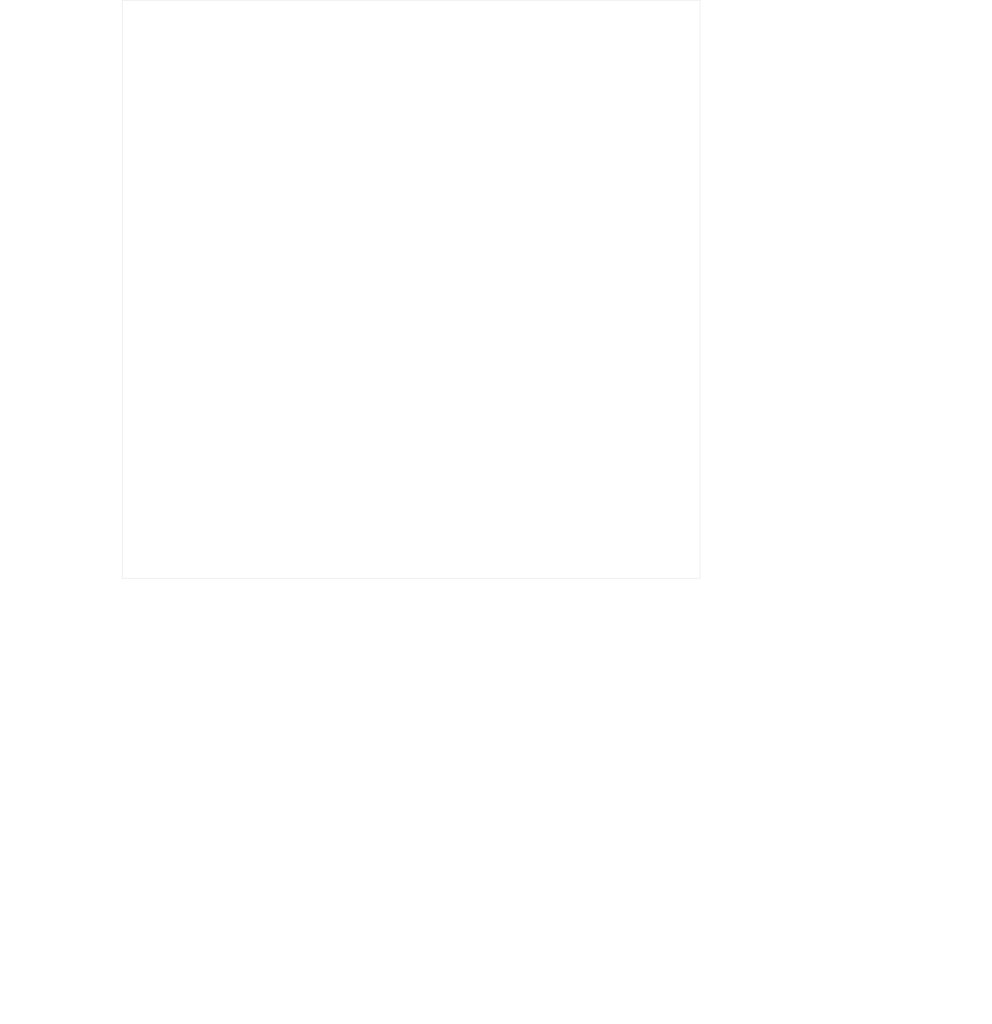
<source format=kicad_pcb>
(kicad_pcb (version 20240108) (generator "pcbnew") (generator_version "8.0")
  (title_block (rev "1.0") (comment 1 "Matthew Santos") (comment 2 "Matthew Santos"))
  (layers (0 "F.Cu" signal) (1 "In1.Cu" signal) (2 "In2.Cu" signal) (31 "B.Cu" signal) (34 "B.Paste" user) (35 "F.Paste" user) (36 "B.SilkS" user "B.Silkscreen") (37 "F.SilkS" user "F.Silkscreen") (38 "B.Mask" user) (39 "F.Mask" user) (44 "Edge.Cuts" user))
  (net 0 "")
  (gr_rect (start 30 30) (end 130 130) (stroke (width 0.05)) (fill none) (layer "Edge.Cuts"))
)
</source>
